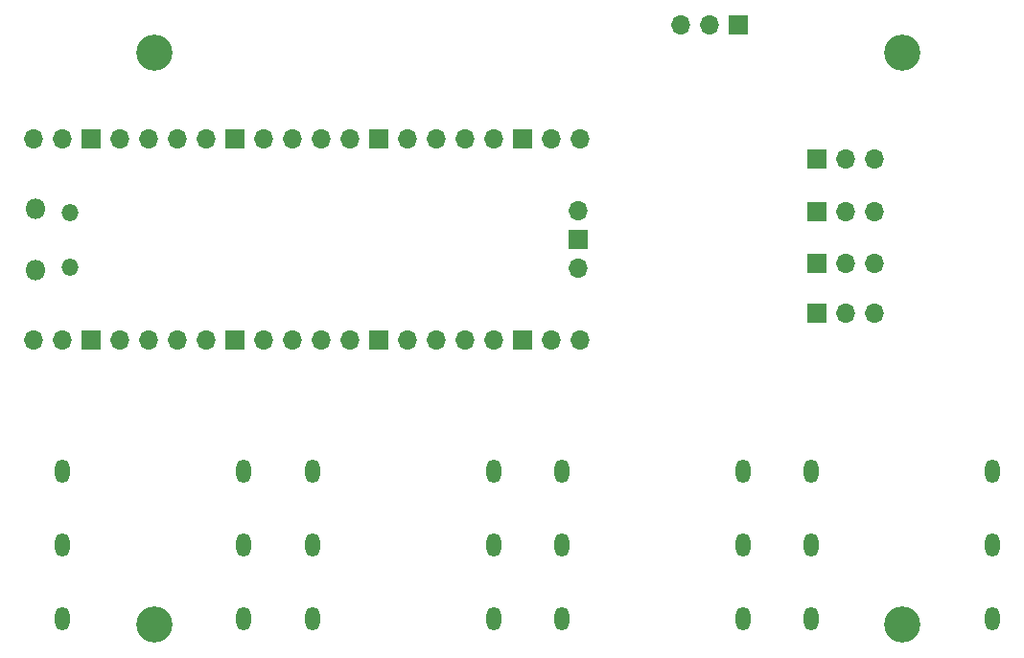
<source format=gbr>
%TF.GenerationSoftware,KiCad,Pcbnew,8.0.7*%
%TF.CreationDate,2025-04-18T20:19:49+02:00*%
%TF.ProjectId,midi_pedals,6d696469-5f70-4656-9461-6c732e6b6963,rev?*%
%TF.SameCoordinates,Original*%
%TF.FileFunction,Soldermask,Bot*%
%TF.FilePolarity,Negative*%
%FSLAX46Y46*%
G04 Gerber Fmt 4.6, Leading zero omitted, Abs format (unit mm)*
G04 Created by KiCad (PCBNEW 8.0.7) date 2025-04-18 20:19:49*
%MOMM*%
%LPD*%
G01*
G04 APERTURE LIST*
%ADD10O,1.300000X2.100000*%
%ADD11C,3.200000*%
%ADD12R,1.700000X1.700000*%
%ADD13O,1.700000X1.700000*%
%ADD14O,1.800000X1.800000*%
%ADD15O,1.500000X1.500000*%
G04 APERTURE END LIST*
D10*
%TO.C,JACK4*%
X173500000Y-78500000D03*
X189500000Y-78500000D03*
X173500000Y-72000000D03*
X189500000Y-72000000D03*
X173500000Y-65500000D03*
X189500000Y-65500000D03*
%TD*%
%TO.C,JACK3*%
X151450000Y-78500000D03*
X167450000Y-78500000D03*
X151450000Y-72000000D03*
X167450000Y-72000000D03*
X151450000Y-65500000D03*
X167450000Y-65500000D03*
%TD*%
%TO.C,JACK2*%
X129400000Y-78500000D03*
X145400000Y-78500000D03*
X129400000Y-72000000D03*
X145400000Y-72000000D03*
X129400000Y-65500000D03*
X145400000Y-65500000D03*
%TD*%
%TO.C,JACK1*%
X107350000Y-78500000D03*
X123350000Y-78500000D03*
X107350000Y-72000000D03*
X123350000Y-72000000D03*
X107350000Y-65500000D03*
X123350000Y-65500000D03*
%TD*%
D11*
%TO.C,H4*%
X115500000Y-79000000D03*
%TD*%
%TO.C,H3*%
X181500000Y-28500000D03*
%TD*%
%TO.C,H2*%
X115500000Y-28500000D03*
%TD*%
%TO.C,H1*%
X181500000Y-79000000D03*
%TD*%
D12*
%TO.C,SW2*%
X174000000Y-42500000D03*
D13*
X176540000Y-42500000D03*
X179080000Y-42500000D03*
%TD*%
D12*
%TO.C,SW1*%
X174000000Y-37900000D03*
D13*
X176540000Y-37900000D03*
X179080000Y-37900000D03*
%TD*%
D14*
%TO.C,U1*%
X104970000Y-47725000D03*
D15*
X108000000Y-47425000D03*
X108000000Y-42575000D03*
D14*
X104970000Y-42275000D03*
D13*
X104840000Y-53890000D03*
X107380000Y-53890000D03*
D12*
X109920000Y-53890000D03*
D13*
X112460000Y-53890000D03*
X115000000Y-53890000D03*
X117540000Y-53890000D03*
X120080000Y-53890000D03*
D12*
X122620000Y-53890000D03*
D13*
X125160000Y-53890000D03*
X127700000Y-53890000D03*
X130240000Y-53890000D03*
X132780000Y-53890000D03*
D12*
X135320000Y-53890000D03*
D13*
X137860000Y-53890000D03*
X140400000Y-53890000D03*
X142940000Y-53890000D03*
X145480000Y-53890000D03*
D12*
X148020000Y-53890000D03*
D13*
X150560000Y-53890000D03*
X153100000Y-53890000D03*
X153100000Y-36110000D03*
X150560000Y-36110000D03*
D12*
X148020000Y-36110000D03*
D13*
X145480000Y-36110000D03*
X142940000Y-36110000D03*
X140400000Y-36110000D03*
X137860000Y-36110000D03*
D12*
X135320000Y-36110000D03*
D13*
X132780000Y-36110000D03*
X130240000Y-36110000D03*
X127700000Y-36110000D03*
X125160000Y-36110000D03*
D12*
X122620000Y-36110000D03*
D13*
X120080000Y-36110000D03*
X117540000Y-36110000D03*
X115000000Y-36110000D03*
X112460000Y-36110000D03*
D12*
X109920000Y-36110000D03*
D13*
X107380000Y-36110000D03*
X104840000Y-36110000D03*
X152870000Y-47540000D03*
D12*
X152870000Y-45000000D03*
D13*
X152870000Y-42460000D03*
%TD*%
D12*
%TO.C,SW4*%
X174000000Y-51500000D03*
D13*
X176540000Y-51500000D03*
X179080000Y-51500000D03*
%TD*%
D12*
%TO.C,J1*%
X167000000Y-26025000D03*
D13*
X164460000Y-26025000D03*
X161920000Y-26025000D03*
%TD*%
D12*
%TO.C,SW3*%
X174000000Y-47100000D03*
D13*
X176540000Y-47100000D03*
X179080000Y-47100000D03*
%TD*%
M02*

</source>
